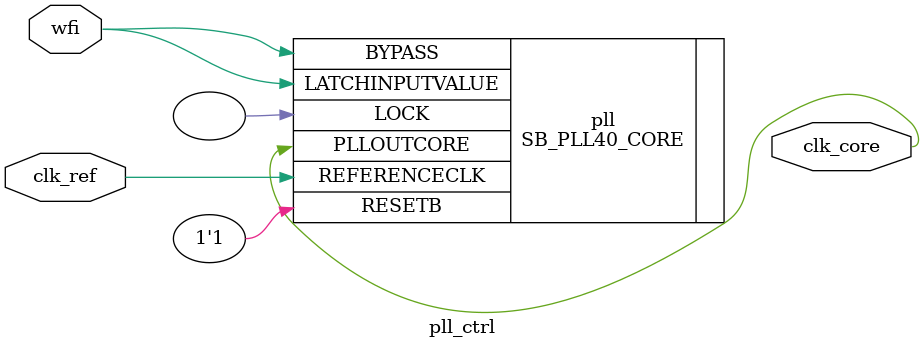
<source format=v>
module pll_ctrl (
    input  wire clk_ref,   // 48-MHz HFOSC
    input  wire wfi,       // wait-for-interrupt flag from CPU
    output wire clk_core   // clock delivered to cpu.clk
);
    //------------------------------------------------------------------
    //  Hard PLL.  LOW-POWER MODE when wfi=1 :
    //    * BYPASS = 1           routes REFCLK -> PLLOUT
    //    * LATCHINPUTVALUE = 1  freezes VCO & dividers
    //    * ENABLE_ICEGATE_* = 1 required per data-sheet
    //------------------------------------------------------------------
    SB_PLL40_CORE #(
        .DIVR(4'd0), .DIVF(7'd31), .DIVQ(3'd5),
        .FILTER_RANGE(3'b001),
        .ENABLE_ICEGATE_PORTA(1'b1),   // << new
        .ENABLE_ICEGATE_PORTB(1'b1)    // << new
    ) pll (
        .REFERENCECLK    (clk_ref),
        .PLLOUTCORE      (clk_core),
        .BYPASS          (wfi),        // 1 = route REFCLK
        .LATCHINPUTVALUE (wfi),        // 1 = low-power freeze
        .RESETB          (1'b1),
        .LOCK            ()            // unused
    );
endmodule

</source>
